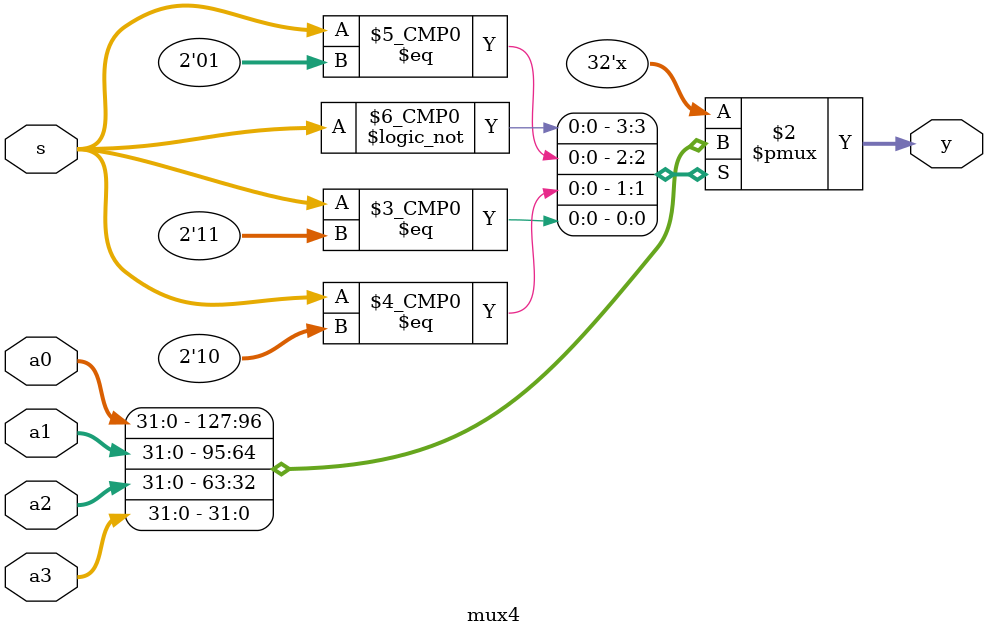
<source format=sv>
module mux4(
    input logic [1:0] s,
    input logic [31:0] a0,a1,a2,a3,
    output logic [31:0] y
);
    always_comb begin
        case(s)
        2'h0:  y = a0;
        2'h1:  y = a1;
        2'h2:  y = a2;
        2'h3:  y = a3;
        endcase
    end 

endmodule
</source>
